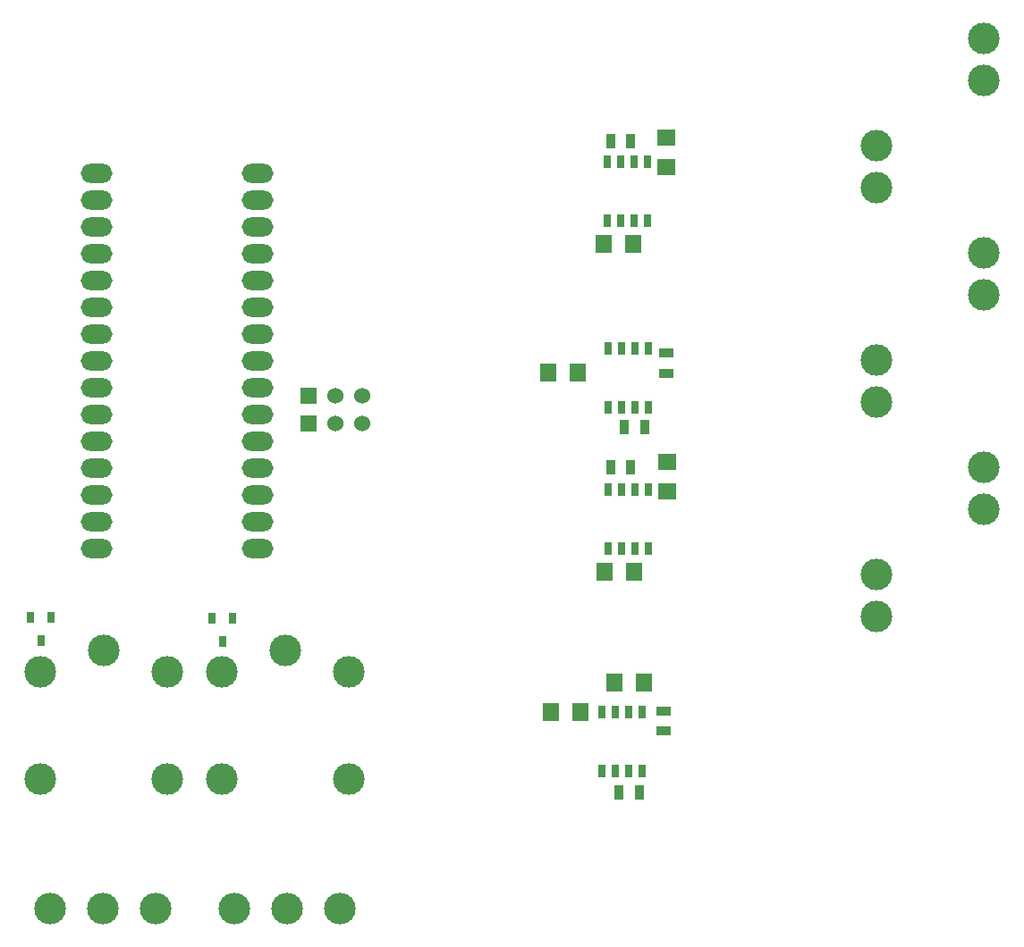
<source format=gbs>
G04 (created by PCBNEW (2013-07-07 BZR 4022)-stable) date 01/04/2014 01:53:02*
%MOIN*%
G04 Gerber Fmt 3.4, Leading zero omitted, Abs format*
%FSLAX34Y34*%
G01*
G70*
G90*
G04 APERTURE LIST*
%ADD10C,0.00590551*%
%ADD11R,0.025X0.05*%
%ADD12R,0.055X0.035*%
%ADD13R,0.035X0.055*%
%ADD14R,0.06X0.06*%
%ADD15C,0.06*%
%ADD16C,0.11811*%
%ADD17R,0.071X0.063*%
%ADD18R,0.063X0.071*%
%ADD19O,0.11811X0.0708661*%
%ADD20O,0.11811X0.11811*%
%ADD21R,0.0315X0.0394*%
G04 APERTURE END LIST*
G54D10*
G54D11*
X58580Y-37600D03*
X59080Y-37600D03*
X59580Y-37600D03*
X60080Y-37600D03*
X60080Y-39800D03*
X59580Y-39800D03*
X59080Y-39800D03*
X58580Y-39800D03*
X60041Y-32832D03*
X59541Y-32832D03*
X59041Y-32832D03*
X58541Y-32832D03*
X58541Y-30632D03*
X59041Y-30632D03*
X59541Y-30632D03*
X60041Y-30632D03*
X60080Y-45076D03*
X59580Y-45076D03*
X59080Y-45076D03*
X58580Y-45076D03*
X58580Y-42876D03*
X59080Y-42876D03*
X59580Y-42876D03*
X60080Y-42876D03*
X58344Y-51183D03*
X58844Y-51183D03*
X59344Y-51183D03*
X59844Y-51183D03*
X59844Y-53383D03*
X59344Y-53383D03*
X58844Y-53383D03*
X58344Y-53383D03*
G54D12*
X60669Y-51871D03*
X60669Y-51121D03*
X60748Y-38524D03*
X60748Y-37774D03*
G54D13*
X58680Y-29881D03*
X59430Y-29881D03*
X59941Y-40551D03*
X59191Y-40551D03*
X59745Y-54173D03*
X58995Y-54173D03*
X58680Y-42047D03*
X59430Y-42047D03*
G54D14*
X47425Y-39370D03*
G54D15*
X48425Y-39370D03*
X49425Y-39370D03*
G54D14*
X47425Y-40393D03*
G54D15*
X48425Y-40393D03*
X49425Y-40393D03*
G54D16*
X39783Y-48877D03*
X42145Y-49665D03*
X42145Y-53681D03*
X37421Y-53681D03*
X37421Y-49665D03*
X46555Y-48877D03*
X48917Y-49665D03*
X48917Y-53681D03*
X44192Y-53681D03*
X44192Y-49665D03*
G54D17*
X60787Y-41851D03*
X60787Y-42951D03*
G54D18*
X56457Y-51181D03*
X57557Y-51181D03*
X58820Y-50078D03*
X59920Y-50078D03*
X59565Y-45944D03*
X58465Y-45944D03*
X59526Y-33700D03*
X58426Y-33700D03*
G54D17*
X60748Y-29725D03*
X60748Y-30825D03*
G54D18*
X56339Y-38503D03*
X57439Y-38503D03*
G54D19*
X45519Y-45055D03*
X45519Y-44055D03*
X45519Y-43055D03*
X45519Y-42055D03*
X45519Y-41055D03*
X45519Y-40055D03*
X45519Y-39055D03*
X45519Y-38055D03*
X45519Y-37055D03*
X45519Y-36055D03*
X45519Y-35055D03*
X45519Y-34055D03*
X45519Y-33055D03*
X45519Y-32055D03*
X45519Y-31055D03*
X39519Y-31055D03*
X39519Y-32055D03*
X39519Y-33055D03*
X39519Y-34055D03*
X39519Y-35055D03*
X39519Y-36055D03*
X39519Y-37055D03*
X39519Y-38055D03*
X39519Y-39055D03*
X39519Y-40055D03*
X39519Y-41055D03*
X39519Y-42055D03*
X39519Y-43055D03*
X39519Y-44055D03*
X39519Y-45055D03*
G54D16*
X72598Y-26023D03*
X72598Y-27603D03*
X68598Y-30023D03*
X68598Y-31603D03*
X72598Y-34023D03*
X72598Y-35603D03*
X68598Y-38023D03*
X68598Y-39603D03*
X72588Y-42023D03*
X72593Y-43603D03*
X68598Y-46023D03*
X68598Y-47603D03*
G54D20*
X44645Y-58503D03*
X46614Y-58503D03*
X48582Y-58503D03*
X37795Y-58503D03*
X39763Y-58503D03*
X41732Y-58503D03*
G54D21*
X44212Y-48543D03*
X44587Y-47677D03*
X43837Y-47677D03*
X37440Y-48503D03*
X37815Y-47637D03*
X37065Y-47637D03*
M02*

</source>
